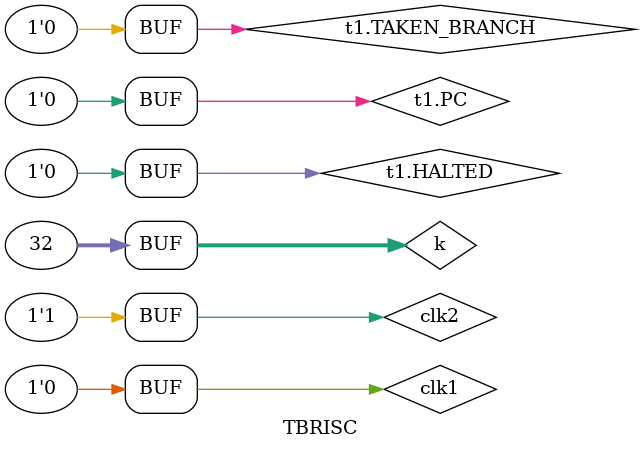
<source format=v>
`timescale 1ns / 1ps


module TBRISC();
reg clk1,clk2;
wire[31:0]ID_EX_A,ID_EX_B,ID_EX_IMM,MEM_WB_ALUOUT,MEM_WB_LMD,PC,IF_ID_NPC;
RISC t1(clk1,clk2,ID_EX_A,ID_EX_B,ID_EX_IMM,MEM_WB_ALUOUT,MEM_WB_LMD,PC,IF_ID_NPC);
 integer k;
initial
begin
 clk1=0;clk2=0;
 repeat(20)
  begin
   #5 clk1=1; #5 clk2=0;
   #5 clk2=1; #5 clk1=0;
   end
  end
  initial
  begin
    for(k=0;k<32;k=k+1)
    t1.Reg[k]=k;
    t1.Mem[0]=32'h2801000a;//ADD R1,R0,10
    t1.Mem[1]=32'h28020014;//ADDI R2,R0,20
    t1.Mem[2]=32'h28030019;//ADDI R3,R0,25
    t1.Mem[3]=32'h0ce77800;//OR R7,R7,R7---DUMMY
    t1.Mem[4]=32'h0ce77800;//OR R7,R7,R7---DUMMY
    t1.Mem[5]=32'h00222000;//ADD R4,R1,R2
    t1.Mem[6]=32'h0ce77800;//OR R7,R7,R7---DUMMY
    t1.Mem[7]=32'h00832800;//ADD R5,R4,R3
    t1.Mem[8]=32'h28010078;//ADDI R1,R0,120
    t1.Mem[9]=32'h0c631800;//OR R3,R3,R3;----dummy
    t1.Mem[10]=32'h20220000;//LW R2,0(R1);
    t1.Mem[11]=32'h0c631800;//OR R3,R3,R3;---dummy
    t1.Mem[12]=32'h2842002d;//ADDI R2,R2,45
    t1.Mem[13]=32'h0c631800;//OR R3,R3,R3;---dummy
    t1.Mem[14]=32'h24220001;//SW R2,1,R1
    t1.Mem[120]=85;
    t1.Mem[15]=32'hfc000000;//HLT
    t1.Mem[84]=84;
    t1.HALTED =0;
    t1.PC=0;
    t1.TAKEN_BRANCH =0;
  end
endmodule
                                                                                                                                                                                                                                                                                                                                                                                                                                                                                                                                                                                                                                                                                                                                                                                                                                                                                                                                                                                                                                                                                                                                                                                                                                                                                                                                                                                                                                                                                                                                                                                                                                                                                                                                                                                                                                                                                                                                                                                                                                                                                                                                                                                                                                                                                                                                                                                                                                                                                                                                                                                                                                                                                                                                                                                                                                                                                                                                                                                                                                                                                                                                                                                                                                                                                                                                                                                                                                                                                                                                                                                                                                                                                                                                                                                                                                                                                                                                                                                                                                
</source>
